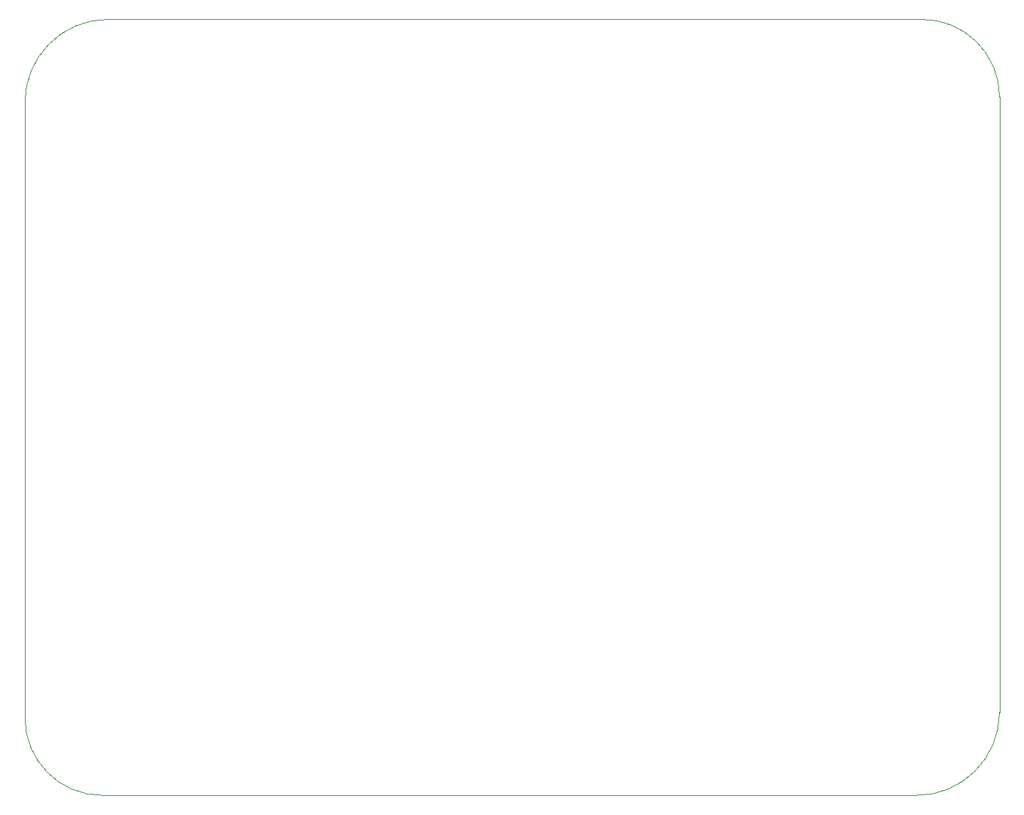
<source format=gbr>
%TF.GenerationSoftware,KiCad,Pcbnew,8.0.9*%
%TF.CreationDate,2025-04-18T23:28:22-04:00*%
%TF.ProjectId,NathanHuang_Sp25_1,4e617468-616e-4487-9561-6e675f537032,rev?*%
%TF.SameCoordinates,Original*%
%TF.FileFunction,Profile,NP*%
%FSLAX46Y46*%
G04 Gerber Fmt 4.6, Leading zero omitted, Abs format (unit mm)*
G04 Created by KiCad (PCBNEW 8.0.9) date 2025-04-18 23:28:22*
%MOMM*%
%LPD*%
G01*
G04 APERTURE LIST*
%TA.AperFunction,Profile*%
%ADD10C,0.050000*%
%TD*%
%TA.AperFunction,Profile*%
%ADD11C,0.100000*%
%TD*%
%TA.AperFunction,Profile*%
%ADD12C,0.120000*%
%TD*%
G04 APERTURE END LIST*
D10*
X75619001Y-68379828D02*
G75*
G02*
X85220172Y-58778661I9601169J-2D01*
G01*
X75615000Y-119850000D02*
X75615000Y-139550000D01*
X179250000Y-58778099D02*
G75*
G02*
X188272176Y-67729828I70200J-8951701D01*
G01*
X188270842Y-138900000D02*
X188270842Y-67729828D01*
X188270842Y-138900000D02*
G75*
G02*
X178671789Y-148500142I-9600142J0D01*
G01*
X85220172Y-58778657D02*
X179250000Y-58778657D01*
D11*
X75615000Y-101850000D02*
X75615000Y-68379828D01*
D10*
X84570730Y-148501729D02*
G75*
G02*
X75619001Y-139550000I0J8951729D01*
G01*
X178675000Y-148501729D02*
X84570730Y-148501729D01*
D12*
%TO.C,J1*%
X75615000Y-101850000D02*
X75615000Y-119850000D01*
%TD*%
M02*

</source>
